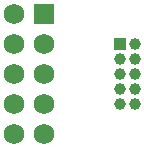
<source format=gbr>
%TF.GenerationSoftware,KiCad,Pcbnew,5.1.8-db9833491~88~ubuntu20.04.1*%
%TF.CreationDate,2020-12-14T11:52:55-05:00*%
%TF.ProjectId,stlink-clone-adapter,32783574-6f43-46f7-9274-657841646170,rev?*%
%TF.SameCoordinates,Original*%
%TF.FileFunction,Soldermask,Top*%
%TF.FilePolarity,Negative*%
%FSLAX46Y46*%
G04 Gerber Fmt 4.6, Leading zero omitted, Abs format (unit mm)*
G04 Created by KiCad (PCBNEW 5.1.8-db9833491~88~ubuntu20.04.1) date 2020-12-14 11:52:55*
%MOMM*%
%LPD*%
G01*
G04 APERTURE LIST*
%ADD10R,1.000000X1.000000*%
%ADD11C,1.000000*%
%ADD12R,1.750000X1.750000*%
%ADD13C,1.750000*%
G04 APERTURE END LIST*
D10*
%TO.C,J2*%
X156845000Y-107696000D03*
D11*
X158115000Y-107696000D03*
X156845000Y-108966000D03*
X158115000Y-108966000D03*
X156845000Y-110236000D03*
X158115000Y-110236000D03*
X156845000Y-111506000D03*
X158115000Y-111506000D03*
X156845000Y-112776000D03*
X158115000Y-112776000D03*
%TD*%
D12*
%TO.C,J1*%
X150368000Y-105156000D03*
D13*
X147828000Y-105156000D03*
X150368000Y-107696000D03*
X147828000Y-107696000D03*
X150368000Y-110236000D03*
X147828000Y-110236000D03*
X150368000Y-112776000D03*
X147828000Y-112776000D03*
X150368000Y-115316000D03*
X147828000Y-115316000D03*
%TD*%
M02*

</source>
